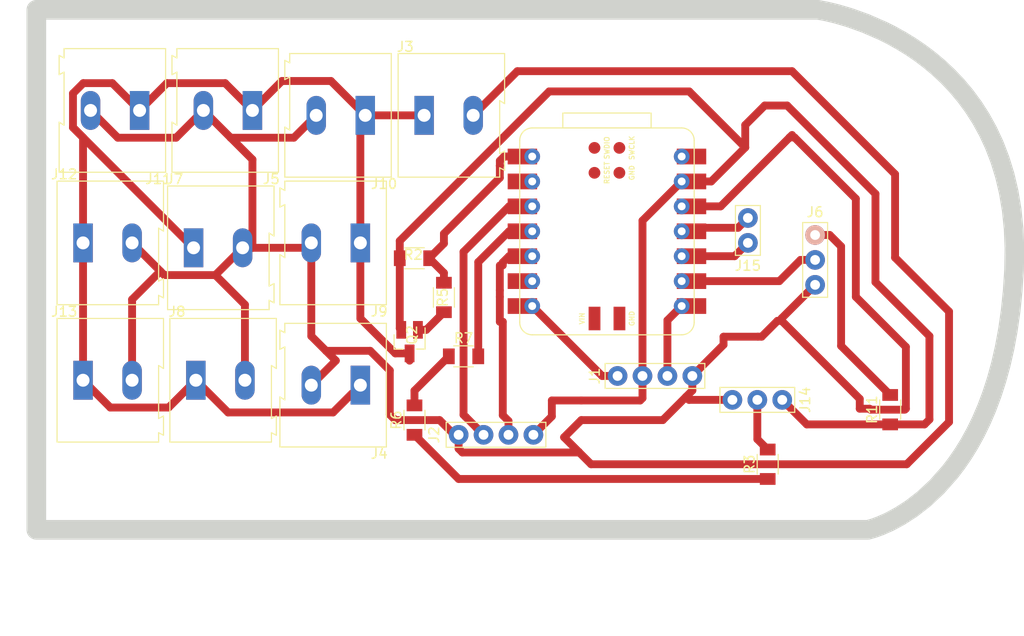
<source format=kicad_pcb>
(kicad_pcb
	(version 20241229)
	(generator "pcbnew")
	(generator_version "9.0")
	(general
		(thickness 1.6)
		(legacy_teardrops no)
	)
	(paper "User" 105 58)
	(layers
		(0 "F.Cu" signal)
		(2 "B.Cu" signal)
		(9 "F.Adhes" user "F.Adhesive")
		(11 "B.Adhes" user "B.Adhesive")
		(13 "F.Paste" user)
		(15 "B.Paste" user)
		(5 "F.SilkS" user "F.Silkscreen")
		(7 "B.SilkS" user "B.Silkscreen")
		(1 "F.Mask" user)
		(3 "B.Mask" user)
		(17 "Dwgs.User" user "User.Drawings")
		(19 "Cmts.User" user "User.Comments")
		(21 "Eco1.User" user "User.Eco1")
		(23 "Eco2.User" user "User.Eco2")
		(25 "Edge.Cuts" user)
		(27 "Margin" user)
		(31 "F.CrtYd" user "F.Courtyard")
		(29 "B.CrtYd" user "B.Courtyard")
		(35 "F.Fab" user)
		(33 "B.Fab" user)
		(39 "User.1" user)
		(41 "User.2" user)
		(43 "User.3" user)
		(45 "User.4" user)
	)
	(setup
		(pad_to_mask_clearance 0)
		(allow_soldermask_bridges_in_footprints no)
		(tenting front back)
		(pcbplotparams
			(layerselection 0x00000000_00000000_555555d5_57555551)
			(plot_on_all_layers_selection 0x00000000_00000000_00000000_00000000)
			(disableapertmacros no)
			(usegerberextensions no)
			(usegerberattributes yes)
			(usegerberadvancedattributes yes)
			(creategerberjobfile yes)
			(dashed_line_dash_ratio 12.000000)
			(dashed_line_gap_ratio 3.000000)
			(svgprecision 4)
			(plotframeref no)
			(mode 1)
			(useauxorigin no)
			(hpglpennumber 1)
			(hpglpenspeed 20)
			(hpglpendiameter 15.000000)
			(pdf_front_fp_property_popups yes)
			(pdf_back_fp_property_popups yes)
			(pdf_metadata yes)
			(pdf_single_document no)
			(dxfpolygonmode yes)
			(dxfimperialunits yes)
			(dxfusepcbnewfont yes)
			(psnegative no)
			(psa4output no)
			(plot_black_and_white yes)
			(plotinvisibletext no)
			(sketchpadsonfab no)
			(plotpadnumbers no)
			(hidednponfab no)
			(sketchdnponfab yes)
			(crossoutdnponfab yes)
			(subtractmaskfromsilk no)
			(outputformat 5)
			(mirror no)
			(drillshape 0)
			(scaleselection 1)
			(outputdirectory "../../../Downloads/placa final/")
		)
	)
	(net 0 "")
	(net 1 "PWR_3V3")
	(net 2 "/D2")
	(net 3 "PWR_GND")
	(net 4 "/TX")
	(net 5 "/RX")
	(net 6 "/D1")
	(net 7 "/D0")
	(net 8 "/D9")
	(net 9 "/D4")
	(net 10 "/D3")
	(net 11 "unconnected-(M1-SWDIO-Pad17)")
	(net 12 "/D8")
	(net 13 "/D5")
	(net 14 "unconnected-(M1-VIN-Pad16)")
	(net 15 "/D10")
	(net 16 "unconnected-(M1-RESET-Pad18)")
	(net 17 "PWR_5V")
	(net 18 "unconnected-(M1-SWCLK-Pad20)")
	(net 19 "Net-(Q2-G)")
	(net 20 "/D1_1")
	(net 21 "Net-(J10-Pin_1)")
	(footprint "TerminalBlock:TerminalBlock_Altech_AK300-2_P5.00mm" (layer "F.Cu") (at 13.484 12.756098 180))
	(footprint "TerminalBlock:TerminalBlock_Altech_AK300-2_P5.00mm" (layer "F.Cu") (at 18.984 26.756098))
	(footprint "fab:PinHeader_1x02_P2.54mm_Vertical_THT_D1.4mm" (layer "F.Cu") (at 75.484 26.256098 180))
	(footprint "fab:R_1206" (layer "F.Cu") (at 44.5 31.818098 -90))
	(footprint "fab:R_1206" (layer "F.Cu") (at 89.984 43.256098 90))
	(footprint "TerminalBlock:TerminalBlock_Altech_AK300-2_P5.00mm" (layer "F.Cu") (at 36.484 13.256098 180))
	(footprint "fab:PinHeader_1x03_P2.54mm_Vertical_THT_D1.4mm" (layer "F.Cu") (at 78.984 42.256098 -90))
	(footprint "TerminalBlock:TerminalBlock_Altech_AK300-2_P5.00mm" (layer "F.Cu") (at 35.984 26.256098 180))
	(footprint "fab:PinHeader_1x03_P2.54mm_Vertical_THT_D1.4mm" (layer "F.Cu") (at 82.334 25.451098))
	(footprint "TerminalBlock:TerminalBlock_Altech_AK300-2_P5.00mm" (layer "F.Cu") (at 7.719 26.256098))
	(footprint "TerminalBlock:TerminalBlock_Altech_AK300-2_P5.00mm" (layer "F.Cu") (at 24.984 12.756098 180))
	(footprint "fab:R_1206" (layer "F.Cu") (at 41.5 44.318098 90))
	(footprint "TerminalBlock:TerminalBlock_Altech_AK300-2_P5.00mm" (layer "F.Cu") (at 19.219 40.256098))
	(footprint "fab:R_1206" (layer "F.Cu") (at 46.5 37.818098))
	(footprint "fab:R_1206" (layer "F.Cu") (at 77.5 48.818098 90))
	(footprint "TerminalBlock:TerminalBlock_Altech_AK300-2_P5.00mm" (layer "F.Cu") (at 42.484 13.256098))
	(footprint "fab:SOT-23" (layer "F.Cu") (at 41 36.318098 -90))
	(footprint "TerminalBlock:TerminalBlock_Altech_AK300-2_P5.00mm"
		(layer "F.Cu")
		(uuid "d0599dcd-9ee2-4777-90bb-a94522d6f9cf")
		(at 7.719 40.256098)
		(descr "Altech AK300 terminal block, pitch 5.0mm, 45 degree angled, see http://www.mouser.com/ds/2/16/PCBMETRC-24178.pdf")
		(tags "Altech AK300 terminal block pitch 5.0mm")
		(property "Reference" "J13"
			(at -1.92 -6.99 0)
			(layer "F.SilkS")
			(uuid "9486698c-703f-42e5-865e-cb5b1513741d")
			(effects
				(font
					(size 1 1)
					(thickness 0.15)
				)
			)
		)
		(property "Value" "Screw_Terminal_01x02_P5mm"
			(at 2.78 7.75 0)
			(layer "F.Fab")
			(uuid "b15d3f82-6437-40ab-9b48-beb05ccce537")
			(effects
				(font
					(size 1 1)
					(thickness 0.15)
				)
			)
		)
		(property "Datasheet" "https://www.on-shore.com/wp-content/uploads/OSTTAXX0161.pdf"
			(at 0 0 0)
			(unlocked yes)
			(layer "F.Fab")
			(hide yes)
			(uuid "5e9ec2f2-b602-4470-830b-828645db0b00")
			(effects
				(font
					(size 1.27 1.27)
					(thickness 0.15)
				)
			)
		)
		(property "Description" "TERM BLK 2POS SIDE ENTRY 5MM PCB"
			(at 0 0 0)
			(unlocked yes)
			(layer "F.Fab")
			(hide yes)
			(uuid "0e6d1eb9-7a8c-4b06-b6a4-e6448df828e7")
			(effects
				(font
					(size 1.27 1.27)
					(thickness 0.15)
				)
			)
		)
		(property ki_fp_filters "*TerminalBlock*1x02*P5.00mm*")
		(path "/03d77ea5-7d83-4802-a5bb-bc83c850813e")
		(sheetname "/")
		(sheetfile "sensor y 5leds.kicad_sch")
		(attr through_hole)
		(fp_line
			(start -2.65 -6.3)
			(end -2.65 6.3)
			(stroke
				(width 0.12)
				(type solid)
			)
			(layer "F.SilkS")
			(uuid "f5b9b645-25c2-48b1-9e8a-5031b3bb4d5e")
		)
		(fp_line
			(start -2.65 6.3)
			(end 7.7 6.3)
			(stroke
				(width 0.12)
				(type solid)
			)
			(layer "F.SilkS")
			(uuid "b8dcc774-e745-4837-81a8-5fd353e958bd")
		)
		(fp_line
			(start 7.7 -1.5)
			(end 8.2 -1.2)
			(stroke
				(width 0.12)
				(type solid)
			)
			(layer "F.SilkS")
			(uuid "bc6dbd88-44ec-4af5-9608-11df523bb404")
		)
		(fp_line
			(start 7.7 3.9)
			(end 7.7 -1.5)
			(stroke
				(width 0.12)
				(type solid)
			)
			(layer "F.SilkS")
			(uuid "579e71bf-7a40-4ead-8cc6-25a5e9236bbb")
		)
		(fp_line
			(start 7.7 5.35)
			(end 8.2 5.6)
			(stroke
				(width 0.12)
				(type solid)
			)
			(layer "F.SilkS")
			(uuid "a38c29dc-6241-4af9-bd5c-5dfdfd814819")
		)
		(fp_line
			(start 7.7 6.3)
			(end 7.7 5.35)
			(stroke
				(width 0.12)
				(type solid)
			)
			(layer "F.SilkS")
			(uuid "e7b34d23-b33d-4d85-b1f9-84f6e51522ed")
		)
		(fp_line
			(start 8.2 -6.3)
			(end -2.65 -6.3)
			(stroke
				(width 0.12)
				(type solid)
			)
			(layer "F.SilkS")
			(uuid "a2495a7f-5429-4200-a4d1-0822560dcfd6")
		)
		(fp_line
			(start 8.2 -1.2)
			(end 8.2 -6.3)
			(stroke
				(width 0.12)
				(type solid)
			)
			(layer "F.SilkS")
			(uuid "2627e513-e01c-47cd-a13a-f4616bec56a6")
		)
		(fp_line
			(start 8.2 3.65)
			(end 7.7 3.9)
			(stroke
				(width 0.12)
				(type solid)
			)
			(layer "F.SilkS")
			(uuid "81a41e47-4a47-4b20-9a70-9c494f4969d2")
		)
		(fp_line
			(start 8.2 3.7)
			(end 8.2 3.65)
			(stroke
				(width 0.12)
				(type solid)
			)
			(layer "F.SilkS")
			(uuid "a7fc8ab6-18bb-4d88-addb-0358947d91ae")
		)
		(fp_line
			(start 8.2 5.6)
			(end 8.2 3.7)
			(stroke
				(width 0.12)
				(type solid)
			)
			(layer "F.SilkS")
			(uuid "ee31349c-3d6c-45b4-bb32-adf93a97baae")
		)
		(fp_line
			(start -2.83 -6.47)
			(end -2.83 6.47)
			(stroke
				(width 0.05)
				(type solid)
			)
			(layer "F.CrtYd")
			(uuid "56568a5a-47b3-480d-9593-ac645c2853e5")
		)
		(fp_line
			(start -2.83 -6.47)
			(end 8.36 -6.47)
			(stroke
				(width 0.05)
				(type solid)
			)
			(layer "F.CrtYd")
			(uuid "36a77d02-585e-4fd1-974a-323a27eb7298")
		)
		(fp_line
			(start 8.36 6.47)
			(end -2.83 6.47)
			(stroke
				(width 0.05)
				(type solid)
			)
			(layer "F.CrtYd")
			(uuid "cc9b19bd-9d48-4b23-b5b6-465ac6368bd3")
		)
		(fp_line
			(start 8.36 6.47)
			(end 8.36 -6.47)
			(stroke
				(width 0.05)
				(type solid)
			)
			(layer "F.CrtYd")
			(uuid "73c1092d-bbe7-4a21-b2e4-794c152510a2")
		)
		(fp_line
			(start -2.58 -3.17)
			(end -2.58 -6.22)
			(stroke
				(width 0.1)
				(type solid)
			)
			(layer "F.Fab")
			(uuid "3a3cd43b-fbf8-4b84-b1a4-ba5d5b2c33fb")
		)
		(fp_line
			(start -2.58 -3.17)
			(end 7.61 -3.17)
			(stroke
				(width 0.1)
				(type solid)
			)
			(layer "F.Fab")
			(uuid "a9ce1bb1-f2cc-4368-8c35-7dbde9e4bb28")
		)
		(fp_line
			(start -2.58 -0.64)
			(end -2.58 -3.17)
			(stroke
				(width 0.1)
				(type solid)
			)
			(layer "F.Fab")
			(uuid "be5f7f03-ada5-427e-b2cd-88b977620651")
		)
		(fp_line
			(start -2.58 -0.64)
			(end -1.64 -0.64)
			(stroke
				(width 0.1)
				(type solid)
			)
			(layer "F.Fab")
			(uuid "9ea6e54c-961c-468c-a183-57aa8c0016c1")
		)
		(fp_line
			(start -2.58 6.22)
			(end -2.58 -0.64)
			(stroke
				(width 0.1)
				(type solid)
			)
			(layer "F.Fab")
			(uuid "3612fac1-6929-4b27-8b12-78ab4538278b")
		)
		(fp_line
			(start -2.58 6.22)
			(end -2.02 6.22)
			(stroke
				(width 0.1)
				(type solid)
			)
			(layer "F.Fab")
			(uuid "0bf08b06-a9c3-4fbd-9f11-a8829f87c565")
		)
		(fp_line
			(start -2.02 -3.43)
			(end -2.02 -5.97)
			(stroke
				(width 0.1)
				(type solid)
			)
			(layer "F.Fab")
			(uuid "62cd8aee-3be3-452f-8fcb-5c369fa4ff09")
		)
		(fp_line
			(start -2.02 -0.25)
			(end -2.02 4.32)
			(stroke
				(width 0.1)
				(type solid)
			)
			(layer "F.Fab")
			(uuid "d5dceb40-ca72-40c7-988f-010cc4e0a2a6")
		)
		(fp_line
			(start -2.02 -0.25)
			(end -1.64 -0.25)
			(stroke
				(width 0.1)
				(type solid)
			)
			(layer "F.Fab")
			(uuid "d295a6ea-bfe4-401d-a806-f494767ea7ad")
		)
		(fp_line
			(start -2.02 4.32)
			(end -2.02 6.22)
			(stroke
				(width 0.1)
				(type solid)
			)
			(layer "F.Fab")
			(uuid "2ad83056-7eac-48fe-8388-787693ac3e24")
		)
		(fp_line
			(start -2.02 6.22)
			(end 2.04 6.22)
			(stroke
				(width 0.1)
				(type solid)
			)
			(layer "F.Fab")
			(uuid "ab2ccbe4-c2e5-4ce9-9113-5643b1f9e81b")
		)
		(fp_line
			(start -1.64 -0.64)
			(end 1.66 -0.64)
			(stroke
				(width 0.1)
				(type solid)
			)
			(layer "F.Fab")
			(uuid "9379c27c-9e7f-4fd2-8103-368de7a884d9")
		)
		(fp_line
			(start -1.64 0.51)
			(end -1.26 0.51)
			(stroke
				(width 0.1)
				(type solid)
			)
			(layer "F.Fab")
			(uuid "c1e6a8f3-57a4-45ea-bd03-e78b4a2c3753")
		)
		(fp_line
			(start -1.64 3.68)
			(end -1.64 0.51)
			(stroke
				(width 0.1)
				(type solid)
			)
			(layer "F.Fab")
			(uuid "9dfa87c0-2a6e-47e2-9157-7d316c7ef8f3")
		)
		(fp_line
			(start -1.62 -4.45)
			(end 1.44 -5.08)
			(stroke
				(width 0.1)
				(type solid)
			)
			(layer "F.Fab")
			(uuid "5ee7a8ab-733a-46c0-9c4d-e8c97fe43a85")
		)
		(fp_line
			(start -1.49 -4.32)
			(end 1.56 -4.95)
			(stroke
				(width 0.1)
				(type solid)
			)
			(layer "F.Fab")
			(uuid "b9fa978e-71c4-410d-945a-9d277a52abc3")
		)
		(fp_line
			(start -1.26 -0.25)
			(end 1.28 -0.25)
			(stroke
				(width 0.1)
				(type solid)
			)
			(layer "F.Fab")
			(uuid "d4117e9a-d7ad-4aee-ad95-398374ad65d5")
		)
		(fp_line
			(start -1.26 2.54)
			(end -1.26 -0.25)
			(stroke
				(width 0.1)
				(type solid)
			)
			(layer "F.Fab")
			(uuid "d8cad986-01e9-4389-852f-f2493ace46fe")
		)
		(fp_line
			(start -1.26 2.54)
			(end 1.28 2.54)
			(stroke
				(width 0.1)
				(type solid)
			)
			(layer "F.Fab")
			(uuid "639377a2-4f6b-4461-99c3-fdd818c8ca6f")
		)
		(fp_line
			(start 1.28 2.54)
			(end 1.28 -0.25)
			(stroke
				(width 0.1)
				(type solid)
			)
			(layer "F.Fab")
			(uuid "b949e563-f586-4530-a853-26677bbc21b8")
		)
		(fp_line
			(start 1.66 -0.64)
			(end 3.36 -0.64)
			(stroke
				(width 0.1)
				(type solid)
			)
			(layer "F.Fab")
			(uuid "2edf13a1-2785-495c-9d52-cb5947b8280a")
		)
		(fp_line
			(start 1.66 -0.25)
			(end -1.64 -0.25)
			(stroke
				(width 0.1)
				(type solid)
			)
			(layer "F.Fab")
			(uuid "2cf887a6-84bc-4120-a1a8-d9c2b5e236f1")
		)
		(fp_line
			(start 1.66 0.51)
			(end 1.28 0.51)
			(stroke
				(width 0.1)
				(type solid)
			)
			(layer "F.Fab")
			(uuid "9aaa48bc-95e2-4816-b4db-6bc4986e8721")
		)
		(fp_line
			(start 1.66 3.68)
			(end -1.64 3.68)
			(stroke
				(width 0.1)
				(type solid)
			)
			(layer "F.Fab")
			(uuid "9f0134f5-298d-4f85-b71f-42192c097c92")
		)
		(fp_line
			(start 1.66 3.68)
			(end 1.66 0.51)
			(stroke
				(width 0.1)
				(type solid)
			)
			(layer "F.Fab")
			(uuid "fbe5298e-3dae-475a-9bb1-37904bad1e50")
		)
		(fp_line
			(start 2.04 -5.97)
			(end -2.02 -5.97)
			(stroke
				(width 0.1)
				(type solid)
			)
			(layer "F.Fab")
			(uuid "b2aace57-1846-4f3b-b5dd-bd3244ab7551")
		)
		(fp_line
			(start 2.04 -3.43)
			(end -2.02 -3.43)
			(stroke
				(width 0.1)
				(type solid)
			)
			(layer "F.Fab")
			(uuid "8228f4be-58f3-46bf-9f3b-d0a42082058f")
		)
		(fp_line
			(start 2.04 -3.43)
			(end 2.04 -5.97)
			(stroke
				(width 0.1)
				(type solid)
			)
			(layer "F.Fab")
			(uuid "35b6553c-1358-487b-a57c-bb940d480696")
		)
		(fp_line
			(start 2.04 -0.25)
			(end 1.66 -0.25)
			(stroke
				(width 0.1)
				(type solid)
			)
			(layer "F.Fab")
			(uuid "b705d711-d5b5-4a26-aaa2-80a1e93bc8cf")
		)
		(fp_line
			(start 2.04 4.32)
			(end -2.02 4.32)
			(stroke
				(width 0.1)
				(type solid)
			)
			(layer "F.Fab")
			(uuid "d4a0a089-a0dc-479e-aece-a2b14265b566")
		)
		(fp_line
			(start 2.04 4.32)
			(end 2.04 -0.25)
			(stroke
				(width 0.1)
				(type solid)
			)
			(layer "F.Fab")
			(uuid "d12c30bb-523d-4381-a3d7-63fc0a196ae4")
		)
		(fp_line
			(start 2.04 6.22)
			(end 2.04 4.32)
			(stroke
				(width 0.1)
				(type solid)
			)
			(layer "F.Fab")
			(uuid "a9395f71-5154-4303-8571-bc9c1e321d49")
		)
		(fp_line
			(start 2.04 6.22)
			(end 2.98 6.22)
			(stroke
				(width 0.1)
				(type solid)
			)
			(layer "F.Fab")
			(uuid "e125dfff-23eb-44d6-82a4-993b5d89ba0e")
		)
		(fp_line
			(start 2.98 -5.97)
			(end 7.05 -5.97)
			(stroke
				(width 0.1)
				(type solid)
			)
			(layer "F.Fab")
			(uuid "a77a6444-885b-4876-b0e3-76941d25ceff")
		)
		(fp_line
			(start 2.98 -3.43)
			(end 2.98 -5.97)
			(stroke
				(width 0.1)
				(type solid)
			)
			(layer "F.Fab")
			(uuid "d600e958-d265-45ac-93cd-55664de4fee5")
		)
		(fp_line
			(start 2.98 -0.25)
			(end 3.36 -0.25)
			(stroke
				(width 0.1)
				(type solid)
			)
			(layer "F.Fab")
			(uuid "7db8ae0f-b926-49a5-bcc1-7bedfe37de8c")
		)
		(fp_line
			(start 2.98 4.32)
			(end 2.98 -0.25)
			(stroke
				(width 0.1)
				(type solid)
			)
			(layer "F.Fab")
			(uuid "c9bb4696-98a1-4d35-902e-eea89f5b7ba2")
		)
		(fp_line
			(start 2.98 4.32)
			(end 7.05 4.32)
			(stroke
				(width 0.1)
				(type solid)
			)
			(layer "F.Fab")
			(uuid "dbdf7775-fbd7-428f-996c-828c22d97ffe")
		)
		(fp_line
			(start 2.98 6.22)
			(end 2.98 4.32)
			(stroke
				(width 0.1)
				(type solid)
			)
			(layer "F.Fab")
			(uuid "5cd0305b-d43c-48c3-97fd-bddfa0c9db7f")
		)
		(fp_line
			(start 2.98 6.22)
			(end 7.05 6.22)
			(stroke
				(width 0.1)
				(type solid)
			)
			(layer "F.Fab")
			(uuid "98150927-3c8e-4e07-97a5-d59c0ecbe8ff")
		)
		(fp_line
			(start 3.36 -0.25)
			(end 6.67 -0.25)
			(stroke
				(width 0.1)
				(type solid)
			)
			(layer "F.Fab")
			(uuid "3d6505ba-fbd0-45
... [94811 chars truncated]
</source>
